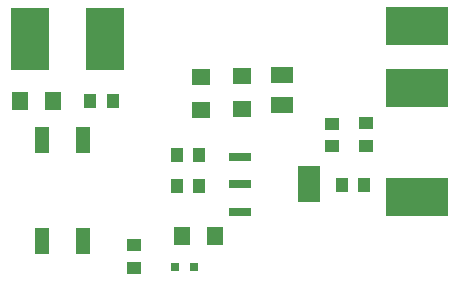
<source format=gbr>
G04 DipTrace 3.2.0.1*
G04 TopPaste.gbr*
%MOIN*%
G04 #@! TF.FileFunction,Paste,Top*
G04 #@! TF.Part,Single*
%ADD32R,0.129921X0.208661*%
%ADD34R,0.208661X0.129921*%
%ADD36R,0.076772X0.120079*%
%ADD38R,0.076772X0.029528*%
%ADD40R,0.029528X0.031496*%
%ADD42R,0.051181X0.090551*%
%ADD44R,0.074121X0.054121*%
%ADD46R,0.055118X0.062992*%
%ADD48R,0.043307X0.051181*%
%ADD50R,0.062992X0.055118*%
%ADD52R,0.051181X0.043307*%
%FSLAX26Y26*%
G04*
G70*
G90*
G75*
G01*
G04 TopPaste*
%LPD*%
D52*
X824950Y506201D3*
Y581004D3*
D50*
X1049213Y1033465D3*
Y1143701D3*
D48*
X681201Y1062450D3*
X756004D3*
D46*
X1096457Y612205D3*
X986220D3*
D48*
X1043307Y779528D3*
X968504D3*
D50*
X1185138Y1036369D3*
Y1146605D3*
D44*
X1320866Y1147638D3*
Y1047638D3*
D42*
X656201Y931201D3*
X518406D3*
Y596555D3*
X656201D3*
D40*
X962647Y507332D3*
X1025639D3*
D48*
X1043701Y882874D3*
X968898D3*
D52*
X1486072Y910925D3*
Y985728D3*
X1599951Y912451D3*
Y987255D3*
D48*
X1518701Y781201D3*
X1593504D3*
D38*
X1181201Y874951D3*
Y784400D3*
Y693849D3*
D36*
X1409547Y784400D3*
D34*
X1768701Y1106201D3*
D32*
X481202Y1268701D3*
X731201D3*
D34*
X1768701Y742028D3*
D46*
X444882Y1062992D3*
X555118D3*
D34*
X1768701Y1310778D3*
M02*

</source>
